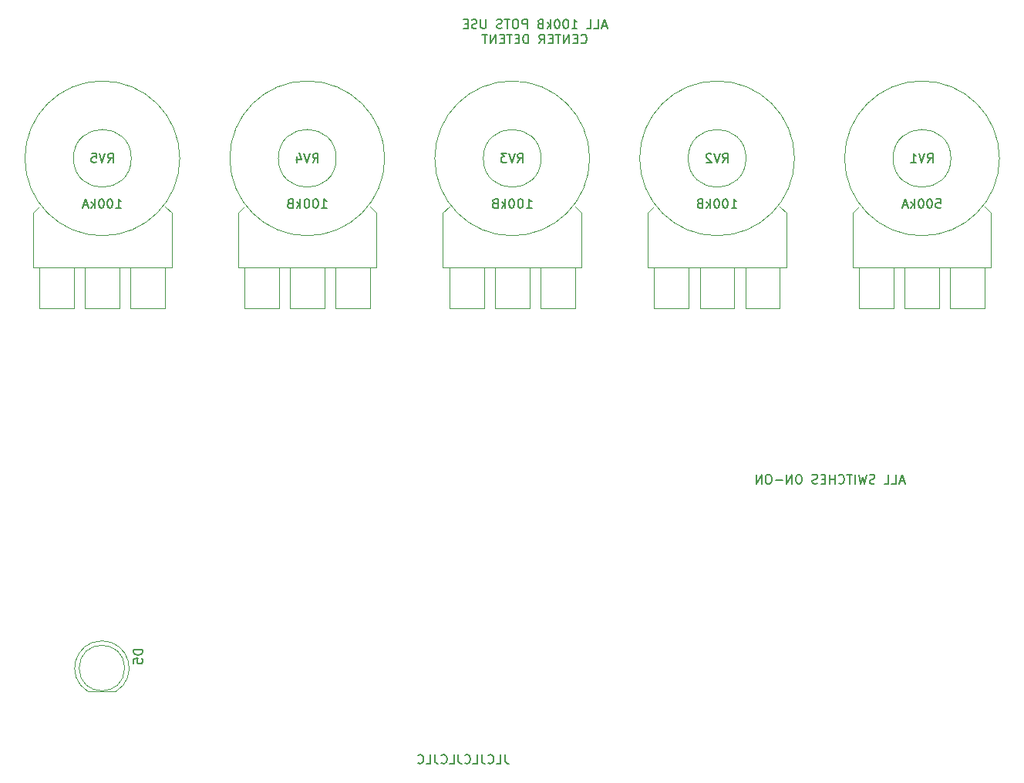
<source format=gbr>
G04 #@! TF.GenerationSoftware,KiCad,Pcbnew,(5.1.10)-1*
G04 #@! TF.CreationDate,2023-12-11T13:39:05-03:30*
G04 #@! TF.ProjectId,tight-distortion,74696768-742d-4646-9973-746f7274696f,rev?*
G04 #@! TF.SameCoordinates,Original*
G04 #@! TF.FileFunction,Legend,Bot*
G04 #@! TF.FilePolarity,Positive*
%FSLAX46Y46*%
G04 Gerber Fmt 4.6, Leading zero omitted, Abs format (unit mm)*
G04 Created by KiCad (PCBNEW (5.1.10)-1) date 2023-12-11 13:39:05*
%MOMM*%
%LPD*%
G01*
G04 APERTURE LIST*
%ADD10C,0.150000*%
%ADD11C,0.120000*%
G04 APERTURE END LIST*
D10*
X43042857Y-9466666D02*
X42566666Y-9466666D01*
X43138095Y-9752380D02*
X42804761Y-8752380D01*
X42471428Y-9752380D01*
X41661904Y-9752380D02*
X42138095Y-9752380D01*
X42138095Y-8752380D01*
X40852380Y-9752380D02*
X41328571Y-9752380D01*
X41328571Y-8752380D01*
X39804761Y-9704761D02*
X39661904Y-9752380D01*
X39423809Y-9752380D01*
X39328571Y-9704761D01*
X39280952Y-9657142D01*
X39233333Y-9561904D01*
X39233333Y-9466666D01*
X39280952Y-9371428D01*
X39328571Y-9323809D01*
X39423809Y-9276190D01*
X39614285Y-9228571D01*
X39709523Y-9180952D01*
X39757142Y-9133333D01*
X39804761Y-9038095D01*
X39804761Y-8942857D01*
X39757142Y-8847619D01*
X39709523Y-8800000D01*
X39614285Y-8752380D01*
X39376190Y-8752380D01*
X39233333Y-8800000D01*
X38900000Y-8752380D02*
X38661904Y-9752380D01*
X38471428Y-9038095D01*
X38280952Y-9752380D01*
X38042857Y-8752380D01*
X37661904Y-9752380D02*
X37661904Y-8752380D01*
X37328571Y-8752380D02*
X36757142Y-8752380D01*
X37042857Y-9752380D02*
X37042857Y-8752380D01*
X35852380Y-9657142D02*
X35900000Y-9704761D01*
X36042857Y-9752380D01*
X36138095Y-9752380D01*
X36280952Y-9704761D01*
X36376190Y-9609523D01*
X36423809Y-9514285D01*
X36471428Y-9323809D01*
X36471428Y-9180952D01*
X36423809Y-8990476D01*
X36376190Y-8895238D01*
X36280952Y-8800000D01*
X36138095Y-8752380D01*
X36042857Y-8752380D01*
X35900000Y-8800000D01*
X35852380Y-8847619D01*
X35423809Y-9752380D02*
X35423809Y-8752380D01*
X35423809Y-9228571D02*
X34852380Y-9228571D01*
X34852380Y-9752380D02*
X34852380Y-8752380D01*
X34376190Y-9228571D02*
X34042857Y-9228571D01*
X33900000Y-9752380D02*
X34376190Y-9752380D01*
X34376190Y-8752380D01*
X33900000Y-8752380D01*
X33519047Y-9704761D02*
X33376190Y-9752380D01*
X33138095Y-9752380D01*
X33042857Y-9704761D01*
X32995238Y-9657142D01*
X32947619Y-9561904D01*
X32947619Y-9466666D01*
X32995238Y-9371428D01*
X33042857Y-9323809D01*
X33138095Y-9276190D01*
X33328571Y-9228571D01*
X33423809Y-9180952D01*
X33471428Y-9133333D01*
X33519047Y-9038095D01*
X33519047Y-8942857D01*
X33471428Y-8847619D01*
X33423809Y-8800000D01*
X33328571Y-8752380D01*
X33090476Y-8752380D01*
X32947619Y-8800000D01*
X31566666Y-8752380D02*
X31376190Y-8752380D01*
X31280952Y-8800000D01*
X31185714Y-8895238D01*
X31138095Y-9085714D01*
X31138095Y-9419047D01*
X31185714Y-9609523D01*
X31280952Y-9704761D01*
X31376190Y-9752380D01*
X31566666Y-9752380D01*
X31661904Y-9704761D01*
X31757142Y-9609523D01*
X31804761Y-9419047D01*
X31804761Y-9085714D01*
X31757142Y-8895238D01*
X31661904Y-8800000D01*
X31566666Y-8752380D01*
X30709523Y-9752380D02*
X30709523Y-8752380D01*
X30138095Y-9752380D01*
X30138095Y-8752380D01*
X29661904Y-9371428D02*
X28900000Y-9371428D01*
X28233333Y-8752380D02*
X28042857Y-8752380D01*
X27947619Y-8800000D01*
X27852380Y-8895238D01*
X27804761Y-9085714D01*
X27804761Y-9419047D01*
X27852380Y-9609523D01*
X27947619Y-9704761D01*
X28042857Y-9752380D01*
X28233333Y-9752380D01*
X28328571Y-9704761D01*
X28423809Y-9609523D01*
X28471428Y-9419047D01*
X28471428Y-9085714D01*
X28423809Y-8895238D01*
X28328571Y-8800000D01*
X28233333Y-8752380D01*
X27376190Y-9752380D02*
X27376190Y-8752380D01*
X26804761Y-9752380D01*
X26804761Y-8752380D01*
X10357142Y40558333D02*
X9880952Y40558333D01*
X10452380Y40272619D02*
X10119047Y41272619D01*
X9785714Y40272619D01*
X8976190Y40272619D02*
X9452380Y40272619D01*
X9452380Y41272619D01*
X8166666Y40272619D02*
X8642857Y40272619D01*
X8642857Y41272619D01*
X6547619Y40272619D02*
X7119047Y40272619D01*
X6833333Y40272619D02*
X6833333Y41272619D01*
X6928571Y41129761D01*
X7023809Y41034523D01*
X7119047Y40986904D01*
X5928571Y41272619D02*
X5833333Y41272619D01*
X5738095Y41225000D01*
X5690476Y41177380D01*
X5642857Y41082142D01*
X5595238Y40891666D01*
X5595238Y40653571D01*
X5642857Y40463095D01*
X5690476Y40367857D01*
X5738095Y40320238D01*
X5833333Y40272619D01*
X5928571Y40272619D01*
X6023809Y40320238D01*
X6071428Y40367857D01*
X6119047Y40463095D01*
X6166666Y40653571D01*
X6166666Y40891666D01*
X6119047Y41082142D01*
X6071428Y41177380D01*
X6023809Y41225000D01*
X5928571Y41272619D01*
X4976190Y41272619D02*
X4880952Y41272619D01*
X4785714Y41225000D01*
X4738095Y41177380D01*
X4690476Y41082142D01*
X4642857Y40891666D01*
X4642857Y40653571D01*
X4690476Y40463095D01*
X4738095Y40367857D01*
X4785714Y40320238D01*
X4880952Y40272619D01*
X4976190Y40272619D01*
X5071428Y40320238D01*
X5119047Y40367857D01*
X5166666Y40463095D01*
X5214285Y40653571D01*
X5214285Y40891666D01*
X5166666Y41082142D01*
X5119047Y41177380D01*
X5071428Y41225000D01*
X4976190Y41272619D01*
X4214285Y40272619D02*
X4214285Y41272619D01*
X4119047Y40653571D02*
X3833333Y40272619D01*
X3833333Y40939285D02*
X4214285Y40558333D01*
X3071428Y40796428D02*
X2928571Y40748809D01*
X2880952Y40701190D01*
X2833333Y40605952D01*
X2833333Y40463095D01*
X2880952Y40367857D01*
X2928571Y40320238D01*
X3023809Y40272619D01*
X3404761Y40272619D01*
X3404761Y41272619D01*
X3071428Y41272619D01*
X2976190Y41225000D01*
X2928571Y41177380D01*
X2880952Y41082142D01*
X2880952Y40986904D01*
X2928571Y40891666D01*
X2976190Y40844047D01*
X3071428Y40796428D01*
X3404761Y40796428D01*
X1642857Y40272619D02*
X1642857Y41272619D01*
X1261904Y41272619D01*
X1166666Y41225000D01*
X1119047Y41177380D01*
X1071428Y41082142D01*
X1071428Y40939285D01*
X1119047Y40844047D01*
X1166666Y40796428D01*
X1261904Y40748809D01*
X1642857Y40748809D01*
X452380Y41272619D02*
X261904Y41272619D01*
X166666Y41225000D01*
X71428Y41129761D01*
X23809Y40939285D01*
X23809Y40605952D01*
X71428Y40415476D01*
X166666Y40320238D01*
X261904Y40272619D01*
X452380Y40272619D01*
X547619Y40320238D01*
X642857Y40415476D01*
X690476Y40605952D01*
X690476Y40939285D01*
X642857Y41129761D01*
X547619Y41225000D01*
X452380Y41272619D01*
X-261904Y41272619D02*
X-833333Y41272619D01*
X-547619Y40272619D02*
X-547619Y41272619D01*
X-1119047Y40320238D02*
X-1261904Y40272619D01*
X-1499999Y40272619D01*
X-1595238Y40320238D01*
X-1642857Y40367857D01*
X-1690476Y40463095D01*
X-1690476Y40558333D01*
X-1642857Y40653571D01*
X-1595238Y40701190D01*
X-1499999Y40748809D01*
X-1309523Y40796428D01*
X-1214285Y40844047D01*
X-1166666Y40891666D01*
X-1119047Y40986904D01*
X-1119047Y41082142D01*
X-1166666Y41177380D01*
X-1214285Y41225000D01*
X-1309523Y41272619D01*
X-1547619Y41272619D01*
X-1690476Y41225000D01*
X-2880952Y41272619D02*
X-2880952Y40463095D01*
X-2928571Y40367857D01*
X-2976190Y40320238D01*
X-3071428Y40272619D01*
X-3261904Y40272619D01*
X-3357142Y40320238D01*
X-3404761Y40367857D01*
X-3452380Y40463095D01*
X-3452380Y41272619D01*
X-3880952Y40320238D02*
X-4023809Y40272619D01*
X-4261904Y40272619D01*
X-4357142Y40320238D01*
X-4404761Y40367857D01*
X-4452380Y40463095D01*
X-4452380Y40558333D01*
X-4404761Y40653571D01*
X-4357142Y40701190D01*
X-4261904Y40748809D01*
X-4071428Y40796428D01*
X-3976190Y40844047D01*
X-3928571Y40891666D01*
X-3880952Y40986904D01*
X-3880952Y41082142D01*
X-3928571Y41177380D01*
X-3976190Y41225000D01*
X-4071428Y41272619D01*
X-4309523Y41272619D01*
X-4452380Y41225000D01*
X-4880952Y40796428D02*
X-5214285Y40796428D01*
X-5357142Y40272619D02*
X-4880952Y40272619D01*
X-4880952Y41272619D01*
X-5357142Y41272619D01*
X7571428Y38717857D02*
X7619047Y38670238D01*
X7761904Y38622619D01*
X7857142Y38622619D01*
X8000000Y38670238D01*
X8095238Y38765476D01*
X8142857Y38860714D01*
X8190476Y39051190D01*
X8190476Y39194047D01*
X8142857Y39384523D01*
X8095238Y39479761D01*
X8000000Y39575000D01*
X7857142Y39622619D01*
X7761904Y39622619D01*
X7619047Y39575000D01*
X7571428Y39527380D01*
X7142857Y39146428D02*
X6809523Y39146428D01*
X6666666Y38622619D02*
X7142857Y38622619D01*
X7142857Y39622619D01*
X6666666Y39622619D01*
X6238095Y38622619D02*
X6238095Y39622619D01*
X5666666Y38622619D01*
X5666666Y39622619D01*
X5333333Y39622619D02*
X4761904Y39622619D01*
X5047619Y38622619D02*
X5047619Y39622619D01*
X4428571Y39146428D02*
X4095238Y39146428D01*
X3952380Y38622619D02*
X4428571Y38622619D01*
X4428571Y39622619D01*
X3952380Y39622619D01*
X2952380Y38622619D02*
X3285714Y39098809D01*
X3523809Y38622619D02*
X3523809Y39622619D01*
X3142857Y39622619D01*
X3047619Y39575000D01*
X3000000Y39527380D01*
X2952380Y39432142D01*
X2952380Y39289285D01*
X3000000Y39194047D01*
X3047619Y39146428D01*
X3142857Y39098809D01*
X3523809Y39098809D01*
X1761904Y38622619D02*
X1761904Y39622619D01*
X1523809Y39622619D01*
X1380952Y39575000D01*
X1285714Y39479761D01*
X1238095Y39384523D01*
X1190476Y39194047D01*
X1190476Y39051190D01*
X1238095Y38860714D01*
X1285714Y38765476D01*
X1380952Y38670238D01*
X1523809Y38622619D01*
X1761904Y38622619D01*
X761904Y39146428D02*
X428571Y39146428D01*
X285714Y38622619D02*
X761904Y38622619D01*
X761904Y39622619D01*
X285714Y39622619D01*
X0Y39622619D02*
X-571428Y39622619D01*
X-285714Y38622619D02*
X-285714Y39622619D01*
X-904761Y39146428D02*
X-1238095Y39146428D01*
X-1380952Y38622619D02*
X-904761Y38622619D01*
X-904761Y39622619D01*
X-1380952Y39622619D01*
X-1809523Y38622619D02*
X-1809523Y39622619D01*
X-2380952Y38622619D01*
X-2380952Y39622619D01*
X-2714285Y39622619D02*
X-3285714Y39622619D01*
X-2999999Y38622619D02*
X-2999999Y39622619D01*
X-780952Y-39502380D02*
X-780952Y-40216666D01*
X-733333Y-40359523D01*
X-638095Y-40454761D01*
X-495238Y-40502380D01*
X-400000Y-40502380D01*
X-1733333Y-40502380D02*
X-1257142Y-40502380D01*
X-1257142Y-39502380D01*
X-2638095Y-40407142D02*
X-2590476Y-40454761D01*
X-2447619Y-40502380D01*
X-2352380Y-40502380D01*
X-2209523Y-40454761D01*
X-2114285Y-40359523D01*
X-2066666Y-40264285D01*
X-2019047Y-40073809D01*
X-2019047Y-39930952D01*
X-2066666Y-39740476D01*
X-2114285Y-39645238D01*
X-2209523Y-39550000D01*
X-2352380Y-39502380D01*
X-2447619Y-39502380D01*
X-2590476Y-39550000D01*
X-2638095Y-39597619D01*
X-3352380Y-39502380D02*
X-3352380Y-40216666D01*
X-3304761Y-40359523D01*
X-3209523Y-40454761D01*
X-3066666Y-40502380D01*
X-2971428Y-40502380D01*
X-4304761Y-40502380D02*
X-3828571Y-40502380D01*
X-3828571Y-39502380D01*
X-5209523Y-40407142D02*
X-5161904Y-40454761D01*
X-5019047Y-40502380D01*
X-4923809Y-40502380D01*
X-4780952Y-40454761D01*
X-4685714Y-40359523D01*
X-4638095Y-40264285D01*
X-4590476Y-40073809D01*
X-4590476Y-39930952D01*
X-4638095Y-39740476D01*
X-4685714Y-39645238D01*
X-4780952Y-39550000D01*
X-4923809Y-39502380D01*
X-5019047Y-39502380D01*
X-5161904Y-39550000D01*
X-5209523Y-39597619D01*
X-5923809Y-39502380D02*
X-5923809Y-40216666D01*
X-5876190Y-40359523D01*
X-5780952Y-40454761D01*
X-5638095Y-40502380D01*
X-5542857Y-40502380D01*
X-6876190Y-40502380D02*
X-6399999Y-40502380D01*
X-6399999Y-39502380D01*
X-7780952Y-40407142D02*
X-7733333Y-40454761D01*
X-7590476Y-40502380D01*
X-7495238Y-40502380D01*
X-7352380Y-40454761D01*
X-7257142Y-40359523D01*
X-7209523Y-40264285D01*
X-7161904Y-40073809D01*
X-7161904Y-39930952D01*
X-7209523Y-39740476D01*
X-7257142Y-39645238D01*
X-7352380Y-39550000D01*
X-7495238Y-39502380D01*
X-7590476Y-39502380D01*
X-7733333Y-39550000D01*
X-7780952Y-39597619D01*
X-8495238Y-39502380D02*
X-8495238Y-40216666D01*
X-8447619Y-40359523D01*
X-8352380Y-40454761D01*
X-8209523Y-40502380D01*
X-8114285Y-40502380D01*
X-9447619Y-40502380D02*
X-8971428Y-40502380D01*
X-8971428Y-39502380D01*
X-10352380Y-40407142D02*
X-10304761Y-40454761D01*
X-10161904Y-40502380D01*
X-10066666Y-40502380D01*
X-9923809Y-40454761D01*
X-9828571Y-40359523D01*
X-9780952Y-40264285D01*
X-9733333Y-40073809D01*
X-9733333Y-39930952D01*
X-9780952Y-39740476D01*
X-9828571Y-39645238D01*
X-9923809Y-39550000D01*
X-10066666Y-39502380D01*
X-10161904Y-39502380D01*
X-10304761Y-39550000D01*
X-10352380Y-39597619D01*
D11*
G04 #@! TO.C,D5*
X-42550000Y-30000000D02*
G75*
G03*
X-42550000Y-30000000I-2500000J0D01*
G01*
X-43505000Y-32560000D02*
X-46595000Y-32560000D01*
X-45050462Y-27010000D02*
G75*
G02*
X-43505170Y-32560000I462J-2990000D01*
G01*
X-45049538Y-27010000D02*
G75*
G03*
X-46594830Y-32560000I-462J-2990000D01*
G01*
G04 #@! TO.C,RV1*
X53500000Y26000000D02*
G75*
G03*
X53500000Y26000000I-8500000J0D01*
G01*
X48175000Y26000000D02*
G75*
G03*
X48175000Y26000000I-3175000J0D01*
G01*
X38100000Y9500000D02*
X41900000Y9500000D01*
X41900000Y9500000D02*
X41900000Y14000000D01*
X38100000Y9500000D02*
X38100000Y14000000D01*
X43100000Y9500000D02*
X46900000Y9500000D01*
X43100000Y9500000D02*
X43100000Y14000000D01*
X46900000Y9500000D02*
X46900000Y14000000D01*
X48100000Y9500000D02*
X51900000Y9500000D01*
X51900000Y9500000D02*
X51900000Y14000000D01*
X48100000Y9500000D02*
X48100000Y14000000D01*
X37400000Y14000000D02*
X52500000Y14000000D01*
X52500000Y14000000D02*
X52600000Y14000000D01*
X52600000Y14000000D02*
X52600000Y20000000D01*
X52600000Y20000000D02*
X51900000Y20700000D01*
X38100000Y20700000D02*
X37400000Y20000000D01*
X37400000Y14000000D02*
X37400000Y20000000D01*
G04 #@! TO.C,RV2*
X31000000Y26000000D02*
G75*
G03*
X31000000Y26000000I-8500000J0D01*
G01*
X25675000Y26000000D02*
G75*
G03*
X25675000Y26000000I-3175000J0D01*
G01*
X15600000Y9500000D02*
X19400000Y9500000D01*
X19400000Y9500000D02*
X19400000Y14000000D01*
X15600000Y9500000D02*
X15600000Y14000000D01*
X20600000Y9500000D02*
X24400000Y9500000D01*
X20600000Y9500000D02*
X20600000Y14000000D01*
X24400000Y9500000D02*
X24400000Y14000000D01*
X25600000Y9500000D02*
X29400000Y9500000D01*
X29400000Y9500000D02*
X29400000Y14000000D01*
X25600000Y9500000D02*
X25600000Y14000000D01*
X14900000Y14000000D02*
X30000000Y14000000D01*
X30000000Y14000000D02*
X30100000Y14000000D01*
X30100000Y14000000D02*
X30100000Y20000000D01*
X30100000Y20000000D02*
X29400000Y20700000D01*
X15600000Y20700000D02*
X14900000Y20000000D01*
X14900000Y14000000D02*
X14900000Y20000000D01*
G04 #@! TO.C,RV3*
X-7600000Y14000000D02*
X-7600000Y20000000D01*
X-6900000Y20700000D02*
X-7600000Y20000000D01*
X7600000Y20000000D02*
X6900000Y20700000D01*
X7600000Y14000000D02*
X7600000Y20000000D01*
X7500000Y14000000D02*
X7600000Y14000000D01*
X-7600000Y14000000D02*
X7500000Y14000000D01*
X3100000Y9500000D02*
X3100000Y14000000D01*
X6900000Y9500000D02*
X6900000Y14000000D01*
X3100000Y9500000D02*
X6900000Y9500000D01*
X1900000Y9500000D02*
X1900000Y14000000D01*
X-1900000Y9500000D02*
X-1900000Y14000000D01*
X-1900000Y9500000D02*
X1900000Y9500000D01*
X-6900000Y9500000D02*
X-6900000Y14000000D01*
X-3100000Y9500000D02*
X-3100000Y14000000D01*
X-6900000Y9500000D02*
X-3100000Y9500000D01*
X3175000Y26000000D02*
G75*
G03*
X3175000Y26000000I-3175000J0D01*
G01*
X8500000Y26000000D02*
G75*
G03*
X8500000Y26000000I-8500000J0D01*
G01*
G04 #@! TO.C,RV4*
X-14000000Y26000000D02*
G75*
G03*
X-14000000Y26000000I-8500000J0D01*
G01*
X-19325000Y26000000D02*
G75*
G03*
X-19325000Y26000000I-3175000J0D01*
G01*
X-29400000Y9500000D02*
X-25600000Y9500000D01*
X-25600000Y9500000D02*
X-25600000Y14000000D01*
X-29400000Y9500000D02*
X-29400000Y14000000D01*
X-24400000Y9500000D02*
X-20600000Y9500000D01*
X-24400000Y9500000D02*
X-24400000Y14000000D01*
X-20600000Y9500000D02*
X-20600000Y14000000D01*
X-19400000Y9500000D02*
X-15600000Y9500000D01*
X-15600000Y9500000D02*
X-15600000Y14000000D01*
X-19400000Y9500000D02*
X-19400000Y14000000D01*
X-30100000Y14000000D02*
X-15000000Y14000000D01*
X-15000000Y14000000D02*
X-14900000Y14000000D01*
X-14900000Y14000000D02*
X-14900000Y20000000D01*
X-14900000Y20000000D02*
X-15600000Y20700000D01*
X-29400000Y20700000D02*
X-30100000Y20000000D01*
X-30100000Y14000000D02*
X-30100000Y20000000D01*
G04 #@! TO.C,RV5*
X-52600000Y14000000D02*
X-52600000Y20000000D01*
X-51900000Y20700000D02*
X-52600000Y20000000D01*
X-37400000Y20000000D02*
X-38100000Y20700000D01*
X-37400000Y14000000D02*
X-37400000Y20000000D01*
X-37500000Y14000000D02*
X-37400000Y14000000D01*
X-52600000Y14000000D02*
X-37500000Y14000000D01*
X-41900000Y9500000D02*
X-41900000Y14000000D01*
X-38100000Y9500000D02*
X-38100000Y14000000D01*
X-41900000Y9500000D02*
X-38100000Y9500000D01*
X-43100000Y9500000D02*
X-43100000Y14000000D01*
X-46900000Y9500000D02*
X-46900000Y14000000D01*
X-46900000Y9500000D02*
X-43100000Y9500000D01*
X-51900000Y9500000D02*
X-51900000Y14000000D01*
X-48100000Y9500000D02*
X-48100000Y14000000D01*
X-51900000Y9500000D02*
X-48100000Y9500000D01*
X-41825000Y26000000D02*
G75*
G03*
X-41825000Y26000000I-3175000J0D01*
G01*
X-36500000Y26000000D02*
G75*
G03*
X-36500000Y26000000I-8500000J0D01*
G01*
G04 #@! TO.C,D5*
D10*
X-40587619Y-27991904D02*
X-41587619Y-27991904D01*
X-41587619Y-28230000D01*
X-41540000Y-28372857D01*
X-41444761Y-28468095D01*
X-41349523Y-28515714D01*
X-41159047Y-28563333D01*
X-41016190Y-28563333D01*
X-40825714Y-28515714D01*
X-40730476Y-28468095D01*
X-40635238Y-28372857D01*
X-40587619Y-28230000D01*
X-40587619Y-27991904D01*
X-41587619Y-29468095D02*
X-41587619Y-28991904D01*
X-41111428Y-28944285D01*
X-41159047Y-28991904D01*
X-41206666Y-29087142D01*
X-41206666Y-29325238D01*
X-41159047Y-29420476D01*
X-41111428Y-29468095D01*
X-41016190Y-29515714D01*
X-40778095Y-29515714D01*
X-40682857Y-29468095D01*
X-40635238Y-29420476D01*
X-40587619Y-29325238D01*
X-40587619Y-29087142D01*
X-40635238Y-28991904D01*
X-40682857Y-28944285D01*
G04 #@! TO.C,RV1*
X45595238Y25547619D02*
X45928571Y26023809D01*
X46166666Y25547619D02*
X46166666Y26547619D01*
X45785714Y26547619D01*
X45690476Y26500000D01*
X45642857Y26452380D01*
X45595238Y26357142D01*
X45595238Y26214285D01*
X45642857Y26119047D01*
X45690476Y26071428D01*
X45785714Y26023809D01*
X46166666Y26023809D01*
X45309523Y26547619D02*
X44976190Y25547619D01*
X44642857Y26547619D01*
X43785714Y25547619D02*
X44357142Y25547619D01*
X44071428Y25547619D02*
X44071428Y26547619D01*
X44166666Y26404761D01*
X44261904Y26309523D01*
X44357142Y26261904D01*
X46547619Y21547619D02*
X47023809Y21547619D01*
X47071428Y21071428D01*
X47023809Y21119047D01*
X46928571Y21166666D01*
X46690476Y21166666D01*
X46595238Y21119047D01*
X46547619Y21071428D01*
X46500000Y20976190D01*
X46500000Y20738095D01*
X46547619Y20642857D01*
X46595238Y20595238D01*
X46690476Y20547619D01*
X46928571Y20547619D01*
X47023809Y20595238D01*
X47071428Y20642857D01*
X45880952Y21547619D02*
X45785714Y21547619D01*
X45690476Y21500000D01*
X45642857Y21452380D01*
X45595238Y21357142D01*
X45547619Y21166666D01*
X45547619Y20928571D01*
X45595238Y20738095D01*
X45642857Y20642857D01*
X45690476Y20595238D01*
X45785714Y20547619D01*
X45880952Y20547619D01*
X45976190Y20595238D01*
X46023809Y20642857D01*
X46071428Y20738095D01*
X46119047Y20928571D01*
X46119047Y21166666D01*
X46071428Y21357142D01*
X46023809Y21452380D01*
X45976190Y21500000D01*
X45880952Y21547619D01*
X44928571Y21547619D02*
X44833333Y21547619D01*
X44738095Y21500000D01*
X44690476Y21452380D01*
X44642857Y21357142D01*
X44595238Y21166666D01*
X44595238Y20928571D01*
X44642857Y20738095D01*
X44690476Y20642857D01*
X44738095Y20595238D01*
X44833333Y20547619D01*
X44928571Y20547619D01*
X45023809Y20595238D01*
X45071428Y20642857D01*
X45119047Y20738095D01*
X45166666Y20928571D01*
X45166666Y21166666D01*
X45119047Y21357142D01*
X45071428Y21452380D01*
X45023809Y21500000D01*
X44928571Y21547619D01*
X44166666Y20547619D02*
X44166666Y21547619D01*
X44071428Y20928571D02*
X43785714Y20547619D01*
X43785714Y21214285D02*
X44166666Y20833333D01*
X43404761Y20833333D02*
X42928571Y20833333D01*
X43500000Y20547619D02*
X43166666Y21547619D01*
X42833333Y20547619D01*
G04 #@! TO.C,RV2*
X23095238Y25547619D02*
X23428571Y26023809D01*
X23666666Y25547619D02*
X23666666Y26547619D01*
X23285714Y26547619D01*
X23190476Y26500000D01*
X23142857Y26452380D01*
X23095238Y26357142D01*
X23095238Y26214285D01*
X23142857Y26119047D01*
X23190476Y26071428D01*
X23285714Y26023809D01*
X23666666Y26023809D01*
X22809523Y26547619D02*
X22476190Y25547619D01*
X22142857Y26547619D01*
X21857142Y26452380D02*
X21809523Y26500000D01*
X21714285Y26547619D01*
X21476190Y26547619D01*
X21380952Y26500000D01*
X21333333Y26452380D01*
X21285714Y26357142D01*
X21285714Y26261904D01*
X21333333Y26119047D01*
X21904761Y25547619D01*
X21285714Y25547619D01*
X24071428Y20547619D02*
X24642857Y20547619D01*
X24357142Y20547619D02*
X24357142Y21547619D01*
X24452380Y21404761D01*
X24547619Y21309523D01*
X24642857Y21261904D01*
X23452380Y21547619D02*
X23357142Y21547619D01*
X23261904Y21500000D01*
X23214285Y21452380D01*
X23166666Y21357142D01*
X23119047Y21166666D01*
X23119047Y20928571D01*
X23166666Y20738095D01*
X23214285Y20642857D01*
X23261904Y20595238D01*
X23357142Y20547619D01*
X23452380Y20547619D01*
X23547619Y20595238D01*
X23595238Y20642857D01*
X23642857Y20738095D01*
X23690476Y20928571D01*
X23690476Y21166666D01*
X23642857Y21357142D01*
X23595238Y21452380D01*
X23547619Y21500000D01*
X23452380Y21547619D01*
X22500000Y21547619D02*
X22404761Y21547619D01*
X22309523Y21500000D01*
X22261904Y21452380D01*
X22214285Y21357142D01*
X22166666Y21166666D01*
X22166666Y20928571D01*
X22214285Y20738095D01*
X22261904Y20642857D01*
X22309523Y20595238D01*
X22404761Y20547619D01*
X22500000Y20547619D01*
X22595238Y20595238D01*
X22642857Y20642857D01*
X22690476Y20738095D01*
X22738095Y20928571D01*
X22738095Y21166666D01*
X22690476Y21357142D01*
X22642857Y21452380D01*
X22595238Y21500000D01*
X22500000Y21547619D01*
X21738095Y20547619D02*
X21738095Y21547619D01*
X21642857Y20928571D02*
X21357142Y20547619D01*
X21357142Y21214285D02*
X21738095Y20833333D01*
X20595238Y21071428D02*
X20452380Y21023809D01*
X20404761Y20976190D01*
X20357142Y20880952D01*
X20357142Y20738095D01*
X20404761Y20642857D01*
X20452380Y20595238D01*
X20547619Y20547619D01*
X20928571Y20547619D01*
X20928571Y21547619D01*
X20595238Y21547619D01*
X20500000Y21500000D01*
X20452380Y21452380D01*
X20404761Y21357142D01*
X20404761Y21261904D01*
X20452380Y21166666D01*
X20500000Y21119047D01*
X20595238Y21071428D01*
X20928571Y21071428D01*
G04 #@! TO.C,RV3*
X595238Y25547619D02*
X928571Y26023809D01*
X1166666Y25547619D02*
X1166666Y26547619D01*
X785714Y26547619D01*
X690476Y26500000D01*
X642857Y26452380D01*
X595238Y26357142D01*
X595238Y26214285D01*
X642857Y26119047D01*
X690476Y26071428D01*
X785714Y26023809D01*
X1166666Y26023809D01*
X309523Y26547619D02*
X-23809Y25547619D01*
X-357142Y26547619D01*
X-595238Y26547619D02*
X-1214285Y26547619D01*
X-880952Y26166666D01*
X-1023809Y26166666D01*
X-1119047Y26119047D01*
X-1166666Y26071428D01*
X-1214285Y25976190D01*
X-1214285Y25738095D01*
X-1166666Y25642857D01*
X-1119047Y25595238D01*
X-1023809Y25547619D01*
X-738095Y25547619D01*
X-642857Y25595238D01*
X-595238Y25642857D01*
X1571428Y20547619D02*
X2142857Y20547619D01*
X1857142Y20547619D02*
X1857142Y21547619D01*
X1952380Y21404761D01*
X2047619Y21309523D01*
X2142857Y21261904D01*
X952380Y21547619D02*
X857142Y21547619D01*
X761904Y21500000D01*
X714285Y21452380D01*
X666666Y21357142D01*
X619047Y21166666D01*
X619047Y20928571D01*
X666666Y20738095D01*
X714285Y20642857D01*
X761904Y20595238D01*
X857142Y20547619D01*
X952380Y20547619D01*
X1047619Y20595238D01*
X1095238Y20642857D01*
X1142857Y20738095D01*
X1190476Y20928571D01*
X1190476Y21166666D01*
X1142857Y21357142D01*
X1095238Y21452380D01*
X1047619Y21500000D01*
X952380Y21547619D01*
X0Y21547619D02*
X-95238Y21547619D01*
X-190476Y21500000D01*
X-238095Y21452380D01*
X-285714Y21357142D01*
X-333333Y21166666D01*
X-333333Y20928571D01*
X-285714Y20738095D01*
X-238095Y20642857D01*
X-190476Y20595238D01*
X-95238Y20547619D01*
X0Y20547619D01*
X95238Y20595238D01*
X142857Y20642857D01*
X190476Y20738095D01*
X238095Y20928571D01*
X238095Y21166666D01*
X190476Y21357142D01*
X142857Y21452380D01*
X95238Y21500000D01*
X0Y21547619D01*
X-761904Y20547619D02*
X-761904Y21547619D01*
X-857142Y20928571D02*
X-1142857Y20547619D01*
X-1142857Y21214285D02*
X-761904Y20833333D01*
X-1904761Y21071428D02*
X-2047619Y21023809D01*
X-2095238Y20976190D01*
X-2142857Y20880952D01*
X-2142857Y20738095D01*
X-2095238Y20642857D01*
X-2047619Y20595238D01*
X-1952380Y20547619D01*
X-1571428Y20547619D01*
X-1571428Y21547619D01*
X-1904761Y21547619D01*
X-2000000Y21500000D01*
X-2047619Y21452380D01*
X-2095238Y21357142D01*
X-2095238Y21261904D01*
X-2047619Y21166666D01*
X-2000000Y21119047D01*
X-1904761Y21071428D01*
X-1571428Y21071428D01*
G04 #@! TO.C,RV4*
X-21904761Y25547619D02*
X-21571428Y26023809D01*
X-21333333Y25547619D02*
X-21333333Y26547619D01*
X-21714285Y26547619D01*
X-21809523Y26500000D01*
X-21857142Y26452380D01*
X-21904761Y26357142D01*
X-21904761Y26214285D01*
X-21857142Y26119047D01*
X-21809523Y26071428D01*
X-21714285Y26023809D01*
X-21333333Y26023809D01*
X-22190476Y26547619D02*
X-22523809Y25547619D01*
X-22857142Y26547619D01*
X-23619047Y26214285D02*
X-23619047Y25547619D01*
X-23380952Y26595238D02*
X-23142857Y25880952D01*
X-23761904Y25880952D01*
X-20928571Y20547619D02*
X-20357142Y20547619D01*
X-20642857Y20547619D02*
X-20642857Y21547619D01*
X-20547619Y21404761D01*
X-20452380Y21309523D01*
X-20357142Y21261904D01*
X-21547619Y21547619D02*
X-21642857Y21547619D01*
X-21738095Y21500000D01*
X-21785714Y21452380D01*
X-21833333Y21357142D01*
X-21880952Y21166666D01*
X-21880952Y20928571D01*
X-21833333Y20738095D01*
X-21785714Y20642857D01*
X-21738095Y20595238D01*
X-21642857Y20547619D01*
X-21547619Y20547619D01*
X-21452380Y20595238D01*
X-21404761Y20642857D01*
X-21357142Y20738095D01*
X-21309523Y20928571D01*
X-21309523Y21166666D01*
X-21357142Y21357142D01*
X-21404761Y21452380D01*
X-21452380Y21500000D01*
X-21547619Y21547619D01*
X-22500000Y21547619D02*
X-22595238Y21547619D01*
X-22690476Y21500000D01*
X-22738095Y21452380D01*
X-22785714Y21357142D01*
X-22833333Y21166666D01*
X-22833333Y20928571D01*
X-22785714Y20738095D01*
X-22738095Y20642857D01*
X-22690476Y20595238D01*
X-22595238Y20547619D01*
X-22500000Y20547619D01*
X-22404761Y20595238D01*
X-22357142Y20642857D01*
X-22309523Y20738095D01*
X-22261904Y20928571D01*
X-22261904Y21166666D01*
X-22309523Y21357142D01*
X-22357142Y21452380D01*
X-22404761Y21500000D01*
X-22500000Y21547619D01*
X-23261904Y20547619D02*
X-23261904Y21547619D01*
X-23357142Y20928571D02*
X-23642857Y20547619D01*
X-23642857Y21214285D02*
X-23261904Y20833333D01*
X-24404761Y21071428D02*
X-24547619Y21023809D01*
X-24595238Y20976190D01*
X-24642857Y20880952D01*
X-24642857Y20738095D01*
X-24595238Y20642857D01*
X-24547619Y20595238D01*
X-24452380Y20547619D01*
X-24071428Y20547619D01*
X-24071428Y21547619D01*
X-24404761Y21547619D01*
X-24500000Y21500000D01*
X-24547619Y21452380D01*
X-24595238Y21357142D01*
X-24595238Y21261904D01*
X-24547619Y21166666D01*
X-24500000Y21119047D01*
X-24404761Y21071428D01*
X-24071428Y21071428D01*
G04 #@! TO.C,RV5*
X-44404761Y25547619D02*
X-44071428Y26023809D01*
X-43833333Y25547619D02*
X-43833333Y26547619D01*
X-44214285Y26547619D01*
X-44309523Y26500000D01*
X-44357142Y26452380D01*
X-44404761Y26357142D01*
X-44404761Y26214285D01*
X-44357142Y26119047D01*
X-44309523Y26071428D01*
X-44214285Y26023809D01*
X-43833333Y26023809D01*
X-44690476Y26547619D02*
X-45023809Y25547619D01*
X-45357142Y26547619D01*
X-46166666Y26547619D02*
X-45690476Y26547619D01*
X-45642857Y26071428D01*
X-45690476Y26119047D01*
X-45785714Y26166666D01*
X-46023809Y26166666D01*
X-46119047Y26119047D01*
X-46166666Y26071428D01*
X-46214285Y25976190D01*
X-46214285Y25738095D01*
X-46166666Y25642857D01*
X-46119047Y25595238D01*
X-46023809Y25547619D01*
X-45785714Y25547619D01*
X-45690476Y25595238D01*
X-45642857Y25642857D01*
X-43500000Y20547619D02*
X-42928571Y20547619D01*
X-43214285Y20547619D02*
X-43214285Y21547619D01*
X-43119047Y21404761D01*
X-43023809Y21309523D01*
X-42928571Y21261904D01*
X-44119047Y21547619D02*
X-44214285Y21547619D01*
X-44309523Y21500000D01*
X-44357142Y21452380D01*
X-44404761Y21357142D01*
X-44452380Y21166666D01*
X-44452380Y20928571D01*
X-44404761Y20738095D01*
X-44357142Y20642857D01*
X-44309523Y20595238D01*
X-44214285Y20547619D01*
X-44119047Y20547619D01*
X-44023809Y20595238D01*
X-43976190Y20642857D01*
X-43928571Y20738095D01*
X-43880952Y20928571D01*
X-43880952Y21166666D01*
X-43928571Y21357142D01*
X-43976190Y21452380D01*
X-44023809Y21500000D01*
X-44119047Y21547619D01*
X-45071428Y21547619D02*
X-45166666Y21547619D01*
X-45261904Y21500000D01*
X-45309523Y21452380D01*
X-45357142Y21357142D01*
X-45404761Y21166666D01*
X-45404761Y20928571D01*
X-45357142Y20738095D01*
X-45309523Y20642857D01*
X-45261904Y20595238D01*
X-45166666Y20547619D01*
X-45071428Y20547619D01*
X-44976190Y20595238D01*
X-44928571Y20642857D01*
X-44880952Y20738095D01*
X-44833333Y20928571D01*
X-44833333Y21166666D01*
X-44880952Y21357142D01*
X-44928571Y21452380D01*
X-44976190Y21500000D01*
X-45071428Y21547619D01*
X-45833333Y20547619D02*
X-45833333Y21547619D01*
X-45928571Y20928571D02*
X-46214285Y20547619D01*
X-46214285Y21214285D02*
X-45833333Y20833333D01*
X-46595238Y20833333D02*
X-47071428Y20833333D01*
X-46500000Y20547619D02*
X-46833333Y21547619D01*
X-47166666Y20547619D01*
G04 #@! TD*
M02*

</source>
